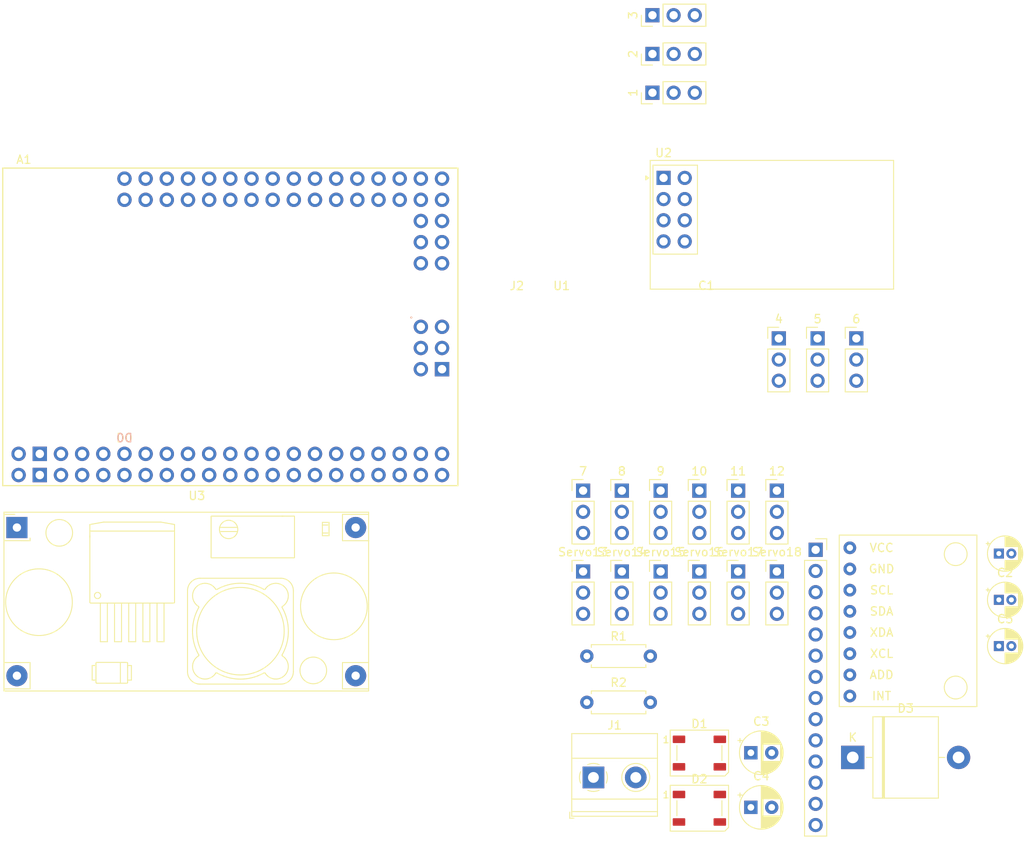
<source format=kicad_pcb>
(kicad_pcb (version 20240108) (generator "pcbnew") (generator_version "8.0")
  (layers (0 "F.Cu" signal) (1 "In1.Cu" signal) (2 "In2.Cu" signal) (31 "B.Cu" signal) (34 "B.Paste" user) (35 "F.Paste" user) (36 "B.SilkS" user "B.Silkscreen") (37 "F.SilkS" user "F.Silkscreen") (38 "B.Mask" user) (39 "F.Mask" user) (44 "Edge.Cuts" user))
  (net 0 "")
  (net 1 "+5V")
  (net 3 "GND")
  (net 4 "LED1")
  (net 5 "LED2")
  (net 7 "S1")
  (net 8 "VIN")
  (net 9 "S2")
  (net 10 "S3")
  (net 11 "S4")
  (net 12 "S5")
  (net 13 "S6")
  (net 14 "S7")
  (net 15 "S8")
  (net 16 "S9")
  (net 17 "S10")
  (net 18 "S11")
  (net 19 "S12")
  (net 20 "S13")
  (net 21 "S14")
  (net 22 "S15")
  (net 23 "S16")
  (net 24 "S17")
  (net 25 "S18")
  (net 26 "SDA")
  (net 31 "+3.3V")
  (net 32 "SCL")
  (net 33 "MISO")
  (net 34 "CSN")
  (net 35 "Net-(U2-VCC)")
  (net 36 "SCK")
  (net 38 "MOSI")
  (net 40 "Net-(J1-Pin_1)")
  (net 41 "Net-(J1-Pin_2)")
  (net 42 "DC{slash}RC")
  (net 43 "CS - Touch")
  (net 44 "CS - Display")
  (net 47 "LED")
  (net 48 "A0")
  (net 102 "A1")
  (footprint "Connector_PinHeader_2.54mm:PinHeader_1x03_P2.54mm_Vertical" (layer "F.Cu") (at 172.9672 85.8968)
    (property "Reference" "12" (at 0 -2.33 0) (layer "F.SilkS"))
    (property "Value" "Conn_01x03_Pin")
    (pad "1" thru_hole rect (at 0 0) (size 1.7 1.7) (drill 1) (layers "*.Cu" "*.Mask") (net 3 "GND"))
    (pad "2" thru_hole oval (at 0 2.54) (size 1.7 1.7) (drill 1) (layers "*.Cu" "*.Mask") (net 8 "VIN"))
    (pad "3" thru_hole oval (at 0 5.08) (size 1.7 1.7) (drill 1) (layers "*.Cu" "*.Mask") (net 19 "S12"))
  )
  (footprint "Connector_PinHeader_2.54mm:PinHeader_1x03_P2.54mm_Vertical" (layer "F.Cu") (at 149.7172 95.5968)
    (property "Reference" "Servo13" (at 0 -2.33 0) (layer "F.SilkS"))
    (property "Value" "Conn_01x03_Pin")
    (pad "1" thru_hole rect (at 0 0) (size 1.7 1.7) (drill 1) (layers "*.Cu" "*.Mask") (net 3 "GND"))
    (pad "2" thru_hole oval (at 0 2.54) (size 1.7 1.7) (drill 1) (layers "*.Cu" "*.Mask") (net 8 "VIN"))
    (pad "3" thru_hole oval (at 0 5.08) (size 1.7 1.7) (drill 1) (layers "*.Cu" "*.Mask") (net 20 "S13"))
  )
  (footprint "Resistor_THT:R_Axial_DIN0207_L6.3mm_D2.5mm_P7.62mm_Horizontal" (layer "F.Cu") (at 150.1672 111.2968)
    (property "Reference" "R2" (at 3.81 -2.37 0) (layer "F.SilkS"))
    (property "Value" "20kΩ")
    (pad "1" thru_hole circle (at 0 0) (size 1.6 1.6) (drill 0.8) (layers "*.Cu" "*.Mask") (net 102 "A1"))
    (pad "2" thru_hole oval (at 7.62 0) (size 1.6 1.6) (drill 0.8) (layers "*.Cu" "*.Mask") (net 8 "VIN"))
  )
  (footprint "Capacitor_THT:CP_Radial_D5.0mm_P2.50mm" (layer "F.Cu") (at 169.846975 117.3468)
    (property "Reference" "C3" (at 1.25 -3.75 0) (layer "F.SilkS"))
    (property "Value" "100μF")
    (pad "1" thru_hole rect (at 0 0) (size 1.6 1.6) (drill 0.8) (layers "*.Cu" "*.Mask") (net 8 "VIN"))
    (pad "2" thru_hole circle (at 2.5 0) (size 1.6 1.6) (drill 0.8) (layers "*.Cu" "*.Mask") (net 3 "GND"))
  )
  (footprint "usini_sensors:module_mpu6050" (layer "F.Cu") (at 181.7222 110.5358)
    (property "Reference" "U1" (at -34.5798 -49.2148 0) (layer "F.SilkS"))
    (property "Value" "MPU6050")
    (fp_text user "INT" (at 3.81 0 0) (layer "F.SilkS"))
    (fp_text user "XCL" (at 3.81 -5.08 0) (layer "F.SilkS"))
    (fp_text user "SCL" (at 3.81 -12.7 0) (layer "F.SilkS"))
    (fp_text user "VCC" (at 3.81 -17.78 0) (layer "F.SilkS"))
    (fp_text user "ADD" (at 3.81 -2.54 0) (layer "F.SilkS"))
    (fp_text user "GND" (at 3.81 -15.24 0) (layer "F.SilkS"))
    (fp_text user "SDA" (at 3.81 -10.16 0) (layer "F.SilkS"))
    (fp_text user "XDA" (at 3.81 -7.62 0) (layer "F.SilkS"))
    (pad "1" thru_hole circle (at 0 -17.78) (size 1.524 1.524) (drill 0.762) (layers "*.Cu" "*.Mask") (net 31 "+3.3V"))
    (pad "2" thru_hole circle (at 0 -15.24) (size 1.524 1.524) (drill 0.762) (layers "*.Cu" "*.Mask") (net 3 "GND"))
    (pad "3" thru_hole circle (at 0 -12.7) (size 1.524 1.524) (drill 0.762) (layers "*.Cu" "*.Mask") (net 32 "SCL"))
    (pad "4" thru_hole circle (at 0 -10.16) (size 1.524 1.524) (drill 0.762) (layers "*.Cu" "*.Mask") (net 26 "SDA"))
    (pad "5" thru_hole circle (at 0 -7.62) (size 1.524 1.524) (drill 0.762) (layers "*.Cu" "*.Mask"))
    (pad "6" thru_hole circle (at 0 -5.08) (size 1.524 1.524) (drill 0.762) (layers "*.Cu" "*.Mask"))
    (pad "7" thru_hole circle (at 0 -2.54) (size 1.524 1.524) (drill 0.762) (layers "*.Cu" "*.Mask"))
    (pad "8" thru_hole circle (at 0 0) (size 1.524 1.524) (drill 0.762) (layers "*.Cu" "*.Mask"))
  )
  (footprint "TerminalBlock_Phoenix:TerminalBlock_Phoenix_MKDS-1,5-2-5.08_1x02_P5.08mm_Horizontal" (layer "F.Cu") (at 150.9572 120.3068)
    (property "Reference" "J1" (at 2.54 -6.26 0) (layer "F.SilkS"))
    (property "Value" "Screw_Terminal_01x02")
    (pad "1" thru_hole rect (at 0 0) (size 2.6 2.6) (drill 1.3) (layers "*.Cu" "*.Mask") (net 40 "Net-(J1-Pin_1)"))
    (pad "2" thru_hole circle (at 5.08 0) (size 2.6 2.6) (drill 1.3) (layers "*.Cu" "*.Mask") (net 41 "Net-(J1-Pin_2)"))
  )
  (footprint "Arduino Library:Clone_Mega2560_Pro_Socket" (layer "F.Cu") (at 80.0862 47.1932)
    (property "Reference" "A1" (at 2.54 -1.016 0) (layer "F.SilkS"))
    (property "Value" "Aurduino Mega 2560 Pro")
    (fp_text user "." (at 49.022 17.526 0) (layer "B.SilkS"))
    (fp_text user "D0" (at 14.605 32.385 0) (layer "B.SilkS") (effects (justify mirror)))
    (fp_text user "D0" (at 14.605 32.385 0) (layer "F.SilkS"))
    (fp_text user "." (at 49.022 17.526 0) (layer "F.SilkS"))
    (pad "" np_thru_hole circle (at 13.5382 8.382) (size 3.2 3.2) (drill 3.2) (layers "F&B.Cu" "*.Mask"))
    (pad "" np_thru_hole circle (at 51.562 15.24) (size 3.2 3.2) (drill 3.2) (layers "F&B.Cu" "*.Mask"))
    (pad "3V31" thru_hole oval (at 9.525 34.29) (size 1.7272 1.7272) (drill 1.016) (layers "*.Cu" "*.Mask") (net 31 "+3.3V"))
    (pad "3V32" thru_hole oval (at 9.525 36.83) (size 1.7272 1.7272) (drill 1.016) (layers "*.Cu" "*.Mask") (net 31 "+3.3V"))
    (pad "5V1" thru_hole oval (at 6.985 34.29) (size 1.7272 1.7272) (drill 1.016) (layers "*.Cu" "*.Mask") (net 1 "+5V"))
    (pad "5V2" thru_hole oval (at 52.705 19.05) (size 1.7272 1.7272) (drill 1.016) (layers "*.Cu" "*.Mask"))
    (pad "5V3" thru_hole oval (at 6.985 36.83) (size 1.7272 1.7272) (drill 1.016) (layers "*.Cu" "*.Mask") (net 1 "+5V"))
    (pad "A0" thru_hole oval (at 14.605 1.27) (size 1.7272 1.7272) (drill 1.016) (layers "*.Cu" "*.Mask") (net 48 "A0"))
    (pad "A1" thru_hole oval (at 14.605 3.81) (size 1.7272 1.7272) (drill 1.016) (layers "*.Cu" "*.Mask"))
    (pad "A2" thru_hole oval (at 17.145 1.27) (size 1.7272 1.7272) (drill 1.016) (layers "*.Cu" "*.Mask"))
    (pad "A3" thru_hole oval (at 17.145 3.81) (size 1.7272 1.7272) (drill 1.016) (layers "*.Cu" "*.Mask"))
    (pad "A4" thru_hole oval (at 19.685 1.27) (size 1.7272 1.7272) (drill 1.016) (layers "*.Cu" "*.Mask"))
    (pad "A5" thru_hole oval (at 19.685 3.81) (size 1.7272 1.7272) (drill 1.016) (layers "*.Cu" "*.Mask"))
    (pad "A6" thru_hole oval (at 22.225 1.27) (size 1.7272 1.7272) (drill 1.016) (layers "*.Cu" "*.Mask"))
    (pad "A7" thru_hole oval (at 22.225 3.81) (size 1.7272 1.7272) (drill 1.016) (layers "*.Cu" "*.Mask"))
    (pad "A8" thru_hole oval (at 24.765 1.27) (size 1.7272 1.7272) (drill 1.016) (layers "*.Cu" "*.Mask"))
    (pad "A9" thru_hole oval (at 24.765 3.81) (size 1.7272 1.7272) (drill 1.016) (layers "*.Cu" "*.Mask"))
    (pad "A10" thru_hole oval (at 27.305 1.27) (size 1.7272 1.7272) (drill 1.016) (layers "*.Cu" "*.Mask"))
    (pad "A11" thru_hole oval (at 27.305 3.81) (size 1.7272 1.7272) (drill 1.016) (layers "*.Cu" "*.Mask"))
    (pad "A12" thru_hole oval (at 29.845 1.27) (size 1.7272 1.7272) (drill 1.016) (layers "*.Cu" "*.Mask"))
    (pad "A13" thru_hole oval (at 29.845 3.81) (size 1.7272 1.7272) (drill 1.016) (layers "*.Cu" "*.Mask"))
    (pad "A14" thru_hole oval (at 32.385 1.27) (size 1.7272 1.7272) (drill 1.016) (layers "*.Cu" "*.Mask"))
    (pad "A15" thru_hole oval (at 32.385 3.81) (size 1.7272 1.7272) (drill 1.016) (layers "*.Cu" "*.Mask"))
    (pad "AREF" thru_hole oval (at 12.065 34.29) (size 1.7272 1.7272) (drill 1.016) (layers "*.Cu" "*.Mask"))
    (pad "D0" thru_hole oval (at 14.605 34.29) (size 1.7272 1.7272) (drill 1.016) (layers "*.Cu" "*.Mask"))
    (pad "D1" thru_hole oval (at 14.605 36.83) (size 1.7272 1.7272) (drill 1.016) (layers "*.Cu" "*.Mask"))
    (pad "D2" thru_hole oval (at 17.145 34.29) (size 1.7272 1.7272) (drill 1.016) (layers "*.Cu" "*.Mask"))
    (pad "D3" thru_hole oval (at 17.145 36.83) (size 1.7272 1.7272) (drill 1.016) (layers "*.Cu" "*.Mask"))
    (pad "D4" thru_hole oval (at 19.685 34.29) (size 1.7272 1.7272) (drill 1.016) (layers "*.Cu" "*.Mask"))
    (pad "D5" thru_hole oval (at 19.685 36.83) (size 1.7272 1.7272) (drill 1.016) (layers "*.Cu" "*.Mask"))
    (pad "D6" thru_hole oval (at 22.225 34.29) (size 1.7272 1.7272) (drill 1.016) (layers "*.Cu" "*.Mask"))
    (pad "D7" thru_hole oval (at 22.225 36.83) (size 1.7272 1.7272) (drill 1.016) (layers "*.Cu" "*.Mask") (net 7 "S1"))
    (pad "D8" thru_hole oval (at 24.765 34.29) (size 1.7272 1.7272) (drill 1.016) (layers "*.Cu" "*.Mask"))
    (pad "D9" thru_hole oval (at 24.765 36.83) (size 1.7272 1.7272) (drill 1.016) (layers "*.Cu" "*.Mask") (net 9 "S2"))
    (pad "D10" thru_hole oval (at 27.305 34.29) (size 1.7272 1.7272) (drill 1.016) (layers "*.Cu" "*.Mask"))
    (pad "D11" thru_hole oval (at 27.305 36.83) (size 1.7272 1.7272) (drill 1.016) (layers "*.Cu" "*.Mask") (net 10 "S3"))
    (pad "D12" thru_hole oval (at 29.845 34.29) (size 1.7272 1.7272) (drill 1.016) (layers "*.Cu" "*.Mask"))
    (pad "D13" thru_hole oval (at 29.845 36.83) (size 1.7272 1.7272) (drill 1.016) (layers "*.Cu" "*.Mask") (net 11 "S4"))
    (pad "D14" thru_hole oval (at 32.385 34.29) (size 1.7272 1.7272) (drill 1.016) (layers "*.Cu" "*.Mask"))
    (pad "D15" thru_hole oval (at 32.385 36.83) (size 1.7272 1.7272) (drill 1.016) (layers "*.Cu" "*.Mask"))
    (pad "D16" thru_hole oval (at 34.925 34.29) (size 1.7272 1.7272) (drill 1.016) (layers "*.Cu" "*.Mask"))
    (pad "D17" thru_hole oval (at 34.925 36.83) (size 1.7272 1.7272) (drill 1.016) (layers "*.Cu" "*.Mask"))
    (pad "D18" thru_hole oval (at 37.465 34.29) (size 1.7272 1.7272) (drill 1.016) (layers "*.Cu" "*.Mask"))
    (pad "D19" thru_hole oval (at 37.465 36.83) (size 1.7272 1.7272) (drill 1.016) (layers "*.Cu" "*.Mask"))
    (pad "D20" thru_hole oval (at 40.005 34.29) (size 1.7272 1.7272) (drill 1.016) (layers "*.Cu" "*.Mask") (net 26 "SDA"))
    (pad "D21" thru_hole oval (at 40.005 36.83) (size 1.7272 1.7272) (drill 1.016) (layers "*.Cu" "*.Mask") (net 32 "SCL"))
    (pad "D22" thru_hole oval (at 42.545 34.29) (size 1.7272 1.7272) (drill 1.016) (layers "*.Cu" "*.Mask"))
    (pad "D23" thru_hole oval (at 42.545 36.83) (size 1.7272 1.7272) (drill 1.016) (layers "*.Cu" "*.Mask") (net 12 "S5"))
    (pad "D24" thru_hole oval (at 45.085 34.29) (size 1.7272 1.7272) (drill 1.016) (layers "*.Cu" "*.Mask"))
    (pad "D25" thru_hole oval (at 45.085 36.83) (size 1.7272 1.7272) (drill 1.016) (layers "*.Cu" "*.Mask") (net 13 "S6"))
    (pad "D26" thru_hole oval (at 47.625 34.29) (size 1.7272 1.7272) (drill 1.016) (layers "*.Cu" "*.Mask"))
    (pad "D27" thru_hole oval (at 47.625 36.83) (size 1.7272 1.7272) (drill 1.016) (layers "*.Cu" "*.Mask") (net 14 "S7"))
    (pad "D28" thru_hole oval (at 50.165 34.29) (size 1.7272 1.7272) (drill 1.016) (layers "*.Cu" "*.Mask"))
    (pad "D29" thru_hole oval (at 50.165 36.83) (size 1.7272 1.7272) (drill 1.016) (layers "*.Cu" "*.Mask") (net 15 "S8"))
    (pad "D30" thru_hole oval (at 52.705 34.29) (size 1.7272 1.7272) (drill 1.016) (layers "*.Cu" "*.Mask"))
    (pad "D31" thru_hole oval (at 52.705 36.83) (size 1.7272 1.7272) (drill 1.016) (layers "*.Cu" "*.Mask") (net 16 "S9"))
    (pad "D32" thru_hole oval (at 34.925 1.27) (size 1.7272 1.7272) (drill 1.016) (layers "*.Cu" "*.Mask"))
    (pad "D33" thru_hole oval (at 34.925 3.81) (size 1.7272 1.7272) (drill 1.016) (layers "*.Cu" "*.Mask") (net 17 "S10"))
    (pad "D34" thru_hole oval (at 37.465 1.27) (size 1.7272 1.7272) (drill 1.016) (layers "*.Cu" "*.Mask"))
    (pad "D35" thru_hole oval (at 37.465 3.81) (size 1.7272 1.7272) (drill 1.016) (layers "*.Cu" "*.Mask") (net 18 "S11"))
    (pad "D36" thru_hole oval (at 40.005 1.27) (size 1.7272 1.7272) (drill 1.016) (layers "*.Cu" "*.Mask"))
    (pad "D37" thru_hole oval (at 40.005 3.81) (size 1.7272 1.7272) (drill 1.016) (layers "*.Cu" "*.Mask") (net 19 "S12"))
    (pad "D38" thru_hole oval (at 42.545 1.27) (size 1.7272 1.7272) (drill 1.016) (layers "*.Cu" "*.Mask"))
    (pad "D39" thru_hole oval (at 42.545 3.81) (size 1.7272 1.7272) (drill 1.016) (layers "*.Cu" "*.Mask") (net 20 "S13"))
    (pad "D40" thru_hole oval (at 45.085 1.27) (size 1.7272 1.7272) (drill 1.016) (layers "*.Cu" "*.Mask"))
    (pad "D41" thru_hole oval (at 45.085 3.81) (size 1.7272 1.7272) (drill 1.016) (layers "*.Cu" "*.Mask") (net 21 "S14"))
    (pad "D42" thru_hole oval (at 47.625 1.27) (size 1.7272 1.7272) (drill 1.016) (layers "*.Cu" "*.Mask"))
    (pad "D43" thru_hole oval (at 47.625 3.81) (size 1.7272 1.7272) (drill 1.016) (layers "*.Cu" "*.Mask") (net 22 "S15"))
    (pad "D44" thru_hole oval (at 50.165 1.27) (size 1.7272 1.7272) (drill 1.016) (layers "*.Cu" "*.Mask"))
    (pad "D45" thru_hole oval (at 50.165 3.81) (size 1.7272 1.7272) (drill 1.016) (layers "*.Cu" "*.Mask") (net 23 "S16"))
    (pad "D46" thru_hole oval (at 52.705 1.27) (size 1.7272 1.7272) (drill 1.016) (layers "*.Cu" "*.Mask"))
    (pad "D47" thru_hole oval (at 52.705 3.81) (size 1.7272 1.7272) (drill 1.016) (layers "*.Cu" "*.Mask") (net 24 "S17"))
    (pad "D48" thru_hole oval (at 52.705 6.35) (size 1.7272 1.7272) (drill 1.016) (layers "*.Cu" "*.Mask"))
    (pad "D49" thru_hole oval (at 50.165 6.35) (size 1.7272 1.7272) (drill 1.016) (layers "*.Cu" "*.Mask") (net 25 "S18"))
    (pad "D50" thru_hole oval (at 52.705 8.89) (size 1.7272 1.7272) (drill 1.016) (layers "*.Cu" "*.Mask") (net 33 "MISO"))
    (pad "D51" thru_hole oval (at 50.165 8.89) (size 1.7272 1.7272) (drill 1.016) (layers "*.Cu" "*.Mask") (net 38 "MOSI"))
    (pad "D52" thru_hole oval (at 52.705 11.43) (size 1.7272 1.7272) (drill 1.016) (layers "*.Cu" "*.Mask") (net 36 "SCK"))
    (pad "D53" thru_hole oval (at 50.165 11.43) (size 1.7272 1.7272) (drill 1.016) (layers "*.Cu" "*.Mask") (net 34 "CSN"))
    (pad "GND1" thru_hole rect (at 4.445 34.29) (size 1.7272 1.7272) (drill 1.016) (layers "*.Cu" "*.Mask") (net 3 "GND"))
    (pad "GND2" thru_hole rect (at 4.445 36.83) (size 1.7272 1.7272) (drill 1.016) (layers "*.Cu" "*.Mask") (net 3 "GND"))
    (pad "GND4" thru_hole rect (at 52.705 24.13) (size 1.7272 1.7272) (drill 1.016) (layers "*.Cu" "*.Mask"))
    (pad "MISO" thru_hole oval (at 50.165 19.05) (size 1.7272 1.7272) (drill 1.016) (layers "*.Cu" "*.Mask"))
    (pad "MOSI" thru_hole oval (at 52.705 21.59) (size 1.7272 1.7272) (drill 1.016) (layers "*.Cu" "*.Mask"))
    (pad "RST1" thru_hole oval (at 12.065 36.83) (size 1.7272 1.7272) (drill 1.016) (layers "*.Cu" "*.Mask"))
    (pad "RST2" thru_hole oval (at 50.165 24.13) (size 1.7272 1.7272) (drill 1.016) (layers "*.Cu" "*.Mask"))
    (pad "SCK" thru_hole oval (at 50.165 21.59) (size 1.7272 1.7272) (drill 1.016) (layers "*.Cu" "*.Mask"))
    (pad "VIN1" thru_hole oval (at 1.905 34.29) (size 1.7272 1.7272) (drill 1.016) (layers "*.Cu" "*.Mask") (net 8 "VIN"))
    (pad "VIN2" thru_hole oval (at 1.905 36.83) (size 1.7272 1.7272) (drill 1.016) (layers "*.Cu" "*.Mask") (net 8 "VIN"))
  )
  (footprint "Connector_PinHeader_2.54mm:PinHeader_1x03_P2.54mm_Vertical" (layer "F.Cu") (at 163.6672 95.5968)
    (property "Reference" "Servo16" (at 0 -2.33 0) (layer "F.SilkS"))
    (property "Value" "Conn_01x03_Pin")
    (pad "1" thru_hole rect (at 0 0) (size 1.7 1.7) (drill 1) (layers "*.Cu" "*.Mask") (net 3 "GND"))
    (pad "2" thru_hole oval (at 0 2.54) (size 1.7 1.7) (drill 1) (layers "*.Cu" "*.Mask") (net 8 "VIN"))
    (pad "3" thru_hole oval (at 0 5.08) (size 1.7 1.7) (drill 1) (layers "*.Cu" "*.Mask") (net 23 "S16"))
  )
  (footprint "LED_SMD:LED_WS2812B_PLCC4_5.0x5.0mm_P3.2mm" (layer "F.Cu") (at 163.6722 117.3818)
    (property "Reference" "D1" (at 0 -3.5 0) (layer "F.SilkS"))
    (property "Value" "WS2812B")
    (fp_text user "1" (at -4 -1.6 0) (layer "F.SilkS") (effects (font (size 0.8 0.8))))
    (pad "1" smd roundrect (at -2.45 -1.65) (size 1.5 0.9) (layers "F.Cu" "F.Paste" "F.Mask") (roundrect_rratio 0.1) (net 1 "+5V"))
    (pad "2" smd roundrect (at -2.45 1.65) (size 1.5 0.9) (layers "F.Cu" "F.Paste" "F.Mask") (roundrect_rratio 0.1))
    (pad "3" smd roundrect (at 2.45 1.65) (size 1.5 0.9) (layers "F.Cu" "F.Paste" "F.Mask") (roundrect_rratio 0.1) (net 3 "GND"))
    (pad "4" smd roundrect (at 2.45 -1.65) (size 1.5 0.9) (layers "F.Cu" "F.Paste" "F.Mask") (roundrect_rratio 0.1) (net 4 "LED1"))
  )
  (footprint "Resistor_THT:R_Axial_DIN0207_L6.3mm_D2.5mm_P7.62mm_Horizontal" (layer "F.Cu") (at 150.1672 105.7468)
    (property "Reference" "R1" (at 3.81 -2.37 0) (layer "F.SilkS"))
    (property "Value" "10kΩ")
    (pad "1" thru_hole circle (at 0 0) (size 1.6 1.6) (drill 0.8) (layers "*.Cu" "*.Mask") (net 102 "A1"))
    (pad "2" thru_hole oval (at 7.62 0) (size 1.6 1.6) (drill 0.8) (layers "*.Cu" "*.Mask") (net 3 "GND"))
  )
  (footprint "Connector_PinHeader_2.54mm:PinHeader_1x03_P2.54mm_Vertical" (layer "F.Cu") (at 173.2008 67.6298)
    (property "Reference" "4" (at 0 -2.33 0) (layer "F.SilkS"))
    (property "Value" "Conn_01x03_Pin")
    (pad "1" thru_hole rect (at 0 0) (size 1.7 1.7) (drill 1) (layers "*.Cu" "*.Mask") (net 3 "GND"))
    (pad "2" thru_hole oval (at 0 2.54) (size 1.7 1.7) (drill 1) (layers "*.Cu" "*.Mask") (net 8 "VIN"))
    (pad "3" thru_hole oval (at 0 5.08) (size 1.7 1.7) (drill 1) (layers "*.Cu" "*.Mask") (net 11 "S4"))
  )
  (footprint "Connector_PinHeader_2.54mm:PinHeader_1x03_P2.54mm_Vertical" (layer "F.Cu") (at 159.0172 85.8968)
    (property "Reference" "9" (at 0 -2.33 0) (layer "F.SilkS"))
    (property "Value" "Conn_01x03_Pin")
    (pad "1" thru_hole rect (at 0 0) (size 1.7 1.7) (drill 1) (layers "*.Cu" "*.Mask") (net 3 "GND"))
    (pad "2" thru_hole oval (at 0 2.54) (size 1.7 1.7) (drill 1) (layers "*.Cu" "*.Mask") (net 8 "VIN"))
    (pad "3" thru_hole oval (at 0 5.08) (size 1.7 1.7) (drill 1) (layers "*.Cu" "*.Mask") (net 16 "S9"))
  )
  (footprint "Connector_PinHeader_2.54mm:PinHeader_1x03_P2.54mm_Vertical" (layer "F.Cu") (at 182.5008 67.6298)
    (property "Reference" "6" (at 0 -2.33 0) (layer "F.SilkS"))
    (property "Value" "Conn_01x03_Pin")
    (pad "1" thru_hole rect (at 0 0) (size 1.7 1.7) (drill 1) (layers "*.Cu" "*.Mask") (net 3 "GND"))
    (pad "2" thru_hole oval (at 0 2.54) (size 1.7 1.7) (drill 1) (layers "*.Cu" "*.Mask") (net 8 "VIN"))
    (pad "3" thru_hole oval (at 0 5.08) (size 1.7 1.7) (drill 1) (layers "*.Cu" "*.Mask") (net 13 "S6"))
  )
  (footprint "Capacitor_THT:CP_Radial_D4.0mm_P1.50mm" (layer "F.Cu") (at 199.602001 104.5468)
    (property "Reference" "C5" (at 0.75 -3.25 0) (layer "F.SilkS"))
    (property "Value" "0.1μF")
    (pad "1" thru_hole rect (at 0 0) (size 1.2 1.2) (drill 0.6) (layers "*.Cu" "*.Mask") (net 35 "Net-(U2-VCC)"))
    (pad "2" thru_hole circle (at 1.5 0) (size 1.2 1.2) (drill 0.6) (layers "*.Cu" "*.Mask") (net 3 "GND"))
  )
  (footprint "Capacitor_THT:CP_Radial_D4.0mm_P1.50mm" (layer "F.Cu") (at 199.602001 98.9968)
    (property "Reference" "C2" (at 0.75 -3.25 0) (layer "F.SilkS"))
    (property "Value" "0.1μF")
    (pad "1" thru_hole rect (at 0 0) (size 1.2 1.2) (drill 0.6) (layers "*.Cu" "*.Mask") (net 1 "+5V"))
    (pad "2" thru_hole circle (at 1.5 0) (size 1.2 1.2) (drill 0.6) (layers "*.Cu" "*.Mask") (net 3 "GND"))
  )
  (footprint "usini_sensors:YAAJ_DCDC_StepDown_LM2596" (layer "F.Cu") (at 81.788 90.3224)
    (property "Reference" "U3" (at 21.59 -3.81 0) (layer "F.SilkS"))
    (property "Value" "YAAJ_DCDC_StepDown_LM2596")
    (pad "1" thru_hole rect (at 0 0) (size 2.54 2.54) (drill 1) (layers "*.Cu" "*.Mask") (net 41 "Net-(J1-Pin_2)"))
    (pad "2" thru_hole circle (at 0 17.78) (size 2.54 2.54) (drill 1) (layers "*.Cu" "*.Mask") (net 40 "Net-(J1-Pin_1)"))
    (pad "3" thru_hole circle (at 40.64 17.78) (size 2.54 2.54) (drill 1) (layers "*.Cu" "*.Mask") (net 3 "GND"))
    (pad "4" thru_hole circle (at 40.64 0) (size 2.54 2.54) (drill 1) (layers "*.Cu" "*.Mask") (net 8 "VIN"))
  )
  (footprint "Connector_PinSocket_2.54mm:PinSocket_1x14_P2.54mm_Vertical" (layer "F.Cu") (at 177.6172 92.9968)
    (property "Reference" "J2" (at -35.8498 -31.6648 0) (layer "F.SilkS"))
    (property "Value" "Conn_01x14_Pin")
    (pad "1" thru_hole rect (at 0 0) (size 1.7 1.7) (drill 1) (layers "*.Cu" "*.Mask") (net 1 "+5V"))
    (pad "2" thru_hole oval (at 0 2.54) (size 1.7 1.7) (drill 1) (layers "*.Cu" "*.Mask") (net 3 "GND"))
    (pad "3" thru_hole oval (at 0 5.08) (size 1.7 1.7) (drill 1) (layers "*.Cu" "*.Mask") (net 44 "CS - Display"))
    (pad "4" thru_hole oval (at 0 7.62) (size 1.7 1.7) (drill 1) (layers "*.Cu" "*.Mask"))
    (pad "5" thru_hole oval (at 0 10.16) (size 1.7 1.7) (drill 1) (layers "*.Cu" "*.Mask") (net 42 "DC{slash}RC"))
    (pad "6" thru_hole oval (at 0 12.7) (size 1.7 1.7) (drill 1) (layers "*.Cu" "*.Mask") (net 33 "MISO"))
    (pad "7" thru_hole oval (at 0 15.24) (size 1.7 1.7) (drill 1) (layers "*.Cu" "*.Mask") (net 36 "SCK"))
    (pad "8" thru_hole oval (at 0 17.78) (size 1.7 1.7) (drill 1) (layers "*.Cu" "*.Mask") (net 47 "LED"))
    (pad "9" thru_hole oval (at 0 20.32) (size 1.7 1.7) (drill 1) (layers "*.Cu" "*.Mask") (net 38 "MOSI"))
    (pad "10" thru_hole oval (at 0 22.86) (size 1.7 1.7) (drill 1) (layers "*.Cu" "*.Mask") (net 36 "SCK"))
    (pad "11" thru_hole oval (at 0 25.4) (size 1.7 1.7) (drill 1) (layers "*.Cu" "*.Mask") (net 43 "CS - Touch"))
    (pad "12" thru_hole oval (at 0 27.94) (size 1.7 1.7) (drill 1) (layers "*.Cu" "*.Mask") (net 33 "MISO"))
    (pad "13" thru_hole oval (at 0 30.48) (size 1.7 1.7) (drill 1) (layers "*.Cu" "*.Mask") (net 38 "MOSI"))
    (pad "14" thru_hole oval (at 0 33.02) (size 1.7 1.7) (drill 1) (layers "*.Cu" "*.Mask"))
  )
  (footprint "RF_Module:nRF24L01_Breakout" (layer "F.Cu") (at 159.3717 48.3754)
    (property "Reference" "U2" (at 0 -3 0) (layer "F.SilkS"))
    (property "Value" "NRF24L01_Breakout")
    (pad "1" thru_hole rect (at 0 0) (size 1.7 1.7) (drill 1) (layers "*.Cu" "*.Mask") (net 3 "GND"))
    (pad "2" thru_hole circle (at 2.54 0) (size 1.7 1.7) (drill 1) (layers "*.Cu" "*.Mask") (net 35 "Net-(U2-VCC)"))
    (pad "3" thru_hole circle (at 0 2.54) (size 1.7 1.7) (drill 1) (layers "*.Cu" "*.Mask"))
    (pad "4" thru_hole circle (at 2.54 2.54) (size 1.7 1.7) (drill 1) (layers "*.Cu" "*.Mask") (net 34 "CSN"))
    (pad "5" thru_hole circle (at 0 5.08) (size 1.7 1.7) (drill 1) (layers "*.Cu" "*.Mask") (net 36 "SCK"))
    (pad "6" thru_hole circle (at 2.54 5.08) (size 1.7 1.7) (drill 1) (layers "*.Cu" "*.Mask") (net 38 "MOSI"))
    (pad "7" thru_hole circle (at 0 7.62) (size 1.7 1.7) (drill 1) (layers "*.Cu" "*.Mask") (net 33 "MISO"))
    (pad "8" thru_hole circle (at 2.54 7.62) (size 1.7 1.7) (drill 1) (layers "*.Cu" "*.Mask"))
  )
  (footprint "Connector_PinHeader_2.54mm:PinHeader_1x03_P2.54mm_Vertical" (layer "F.Cu") (at 159.0172 95.5968)
    (property "Reference" "Servo15" (at 0 -2.33 0) (layer "F.SilkS"))
    (property "Value" "Conn_01x03_Pin")
    (pad "1" thru_hole rect (at 0 0) (size 1.7 1.7) (drill 1) (layers "*.Cu" "*.Mask") (net 3 "GND"))
    (pad "2" thru_hole oval (at 0 2.54) (size 1.7 1.7) (drill 1) (layers "*.Cu" "*.Mask") (net 8 "VIN"))
    (pad "3" thru_hole oval (at 0 5.08) (size 1.7 1.7) (drill 1) (layers "*.Cu" "*.Mask") (net 22 "S15"))
  )
  (footprint "Capacitor_THT:CP_Radial_D5.0mm_P2.50mm" (layer "F.Cu") (at 169.846975 123.8968)
    (property "Reference" "C4" (at 1.25 -3.75 0) (layer "F.SilkS"))
    (property "Value" "100μF")
    (pad "1" thru_hole rect (at 0 0) (size 1.6 1.6) (drill 0.8) (layers "*.Cu" "*.Mask") (net 8 "VIN"))
    (pad "2" thru_hole circle (at 2.5 0) (size 1.6 1.6) (drill 0.8) (layers "*.Cu" "*.Mask") (net 3 "GND"))
  )
  (footprint "LED_SMD:LED_WS2812B_PLCC4_5.0x5.0mm_P3.2mm" (layer "F.Cu") (at 163.6722 124.0018)
    (property "Reference" "D2" (at 0 -3.5 0) (layer "F.SilkS"))
    (property "Value" "WS2812B")
    (fp_text user "1" (at -4 -1.6 0) (layer "F.SilkS") (effects (font (size 0.8 0.8))))
    (pad "1" smd roundrect (at -2.45 -1.65) (size 1.5 0.9) (layers "F.Cu" "F.Paste" "F.Mask") (roundrect_rratio 0.1) (net 1 "+5V"))
    (pad "2" smd roundrect (at -2.45 1.65) (size 1.5 0.9) (layers "F.Cu" "F.Paste" "F.Mask") (roundrect_rratio 0.1))
    (pad "3" smd roundrect (at 2.45 1.65) (size 1.5 0.9) (layers "F.Cu" "F.Paste" "F.Mask") (roundrect_rratio 0.1) (net 3 "GND"))
    (pad "4" smd roundrect (at 2.45 -1.65) (size 1.5 0.9) (layers "F.Cu" "F.Paste" "F.Mask") (roundrect_rratio 0.1) (net 5 "LED2"))
  )
  (footprint "Connector_PinHeader_2.54mm:PinHeader_1x03_P2.54mm_Vertical" (layer "F.Cu") (at 154.3672 95.5968)
    (property "Reference" "Servo14" (at 0 -2.33 0) (layer "F.SilkS"))
    (property "Value" "Conn_01x03_Pin")
    (pad "1" thru_hole rect (at 0 0) (size 1.7 1.7) (drill 1) (layers "*.Cu" "*.Mask") (net 3 "GND"))
    (pad "2" thru_hole oval (at 0 2.54) (size 1.7 1.7) (drill 1) (layers "*.Cu" "*.Mask") (net 8 "VIN"))
    (pad "3" thru_hole oval (at 0 5.08) (size 1.7 1.7) (drill 1) (layers "*.Cu" "*.Mask") (net 21 "S14"))
  )
  (footprint "Connector_PinHeader_2.54mm:PinHeader_1x03_P2.54mm_Vertical" (layer "F.Cu") (at 149.7172 85.8968)
    (property "Reference" "7" (at 0 -2.33 0) (layer "F.SilkS"))
    (property "Value" "Conn_01x03_Pin")
    (pad "1" thru_hole rect (at 0 0) (size 1.7 1.7) (drill 1) (layers "*.Cu" "*.Mask") (net 3 "GND"))
    (pad "2" thru_hole oval (at 0 2.54) (size 1.7 1.7) (drill 1) (layers "*.Cu" "*.Mask") (net 8 "VIN"))
    (pad "3" thru_hole oval (at 0 5.08) (size 1.7 1.7) (drill 1) (layers "*.Cu" "*.Mask") (net 14 "S7"))
  )
  (footprint "Connector_PinHeader_2.54mm:PinHeader_1x03_P2.54mm_Vertical" (layer "F.Cu") (at 172.9672 95.5968)
    (property "Reference" "Servo18" (at 0 -2.33 0) (layer "F.SilkS"))
    (property "Value" "Conn_01x03_Pin")
    (pad "1" thru_hole rect (at 0 0) (size 1.7 1.7) (drill 1) (layers "*.Cu" "*.Mask") (net 3 "GND"))
    (pad "2" thru_hole oval (at 0 2.54) (size 1.7 1.7) (drill 1) (layers "*.Cu" "*.Mask") (net 8 "VIN"))
    (pad "3" thru_hole oval (at 0 5.08) (size 1.7 1.7) (drill 1) (layers "*.Cu" "*.Mask") (net 25 "S18"))
  )
  (footprint "Connector_PinHeader_2.54mm:PinHeader_1x03_P2.54mm_Vertical" (layer "F.Cu") (at 168.3172 85.8968)
    (property "Reference" "11" (at 0 -2.33 0) (layer "F.SilkS"))
    (property "Value" "Conn_01x03_Pin")
    (pad "1" thru_hole rect (at 0 0) (size 1.7 1.7) (drill 1) (layers "*.Cu" "*.Mask") (net 3 "GND"))
    (pad "2" thru_hole oval (at 0 2.54) (size 1.7 1.7) (drill 1) (layers "*.Cu" "*.Mask") (net 8 "VIN"))
    (pad "3" thru_hole oval (at 0 5.08) (size 1.7 1.7) (drill 1) (layers "*.Cu" "*.Mask") (net 18 "S11"))
  )
  (footprint "Connector_PinHeader_2.54mm:PinHeader_1x03_P2.54mm_Vertical" (layer "F.Cu") (at 154.3672 85.8968)
    (property "Reference" "8" (at 0 -2.33 0) (layer "F.SilkS"))
    (property "Value" "Conn_01x03_Pin")
    (pad "1" thru_hole rect (at 0 0) (size 1.7 1.7) (drill 1) (layers "*.Cu" "*.Mask") (net 3 "GND"))
    (pad "2" thru_hole oval (at 0 2.54) (size 1.7 1.7) (drill 1) (layers "*.Cu" "*.Mask") (net 8 "VIN"))
    (pad "3" thru_hole oval (at 0 5.08) (size 1.7 1.7) (drill 1) (layers "*.Cu" "*.Mask") (net 15 "S8"))
  )
  (footprint "Diode_THT:D_5KP_P12.70mm_Horizontal" (layer "F.Cu") (at 182.0672 117.9068)
    (property "Reference" "D3" (at 6.35 -5.885 0) (layer "F.SilkS"))
    (property "Value" "D")
    (fp_text user "K" (at 0 -2.4 0) (layer "F.SilkS"))
    (pad "1" thru_hole rect (at 0 0) (size 2.8 2.8) (drill 1.4) (layers "*.Cu" "*.Mask") (net 8 "VIN"))
    (pad "2" thru_hole oval (at 12.7 0) (size 2.8 2.8) (drill 1.4) (layers "*.Cu" "*.Mask") (net 3 "GND"))
  )
  (footprint "Connector_PinHeader_2.54mm:PinHeader_1x03_P2.54mm_Vertical" (layer "F.Cu") (at 168.3172 95.5968)
    (property "Reference" "Servo17" (at 0 -2.33 0) (layer "F.SilkS"))
    (property "Value" "Conn_01x03_Pin")
    (pad "1" thru_hole rect (at 0 0) (size 1.7 1.7) (drill 1) (layers "*.Cu" "*.Mask") (net 3 "GND"))
    (pad "2" thru_hole oval (at 0 2.54) (size 1.7 1.7) (drill 1) (layers "*.Cu" "*.Mask") (net 8 "VIN"))
    (pad "3" thru_hole oval (at 0 5.08) (size 1.7 1.7) (drill 1) (layers "*.Cu" "*.Mask") (net 24 "S17"))
  )
  (footprint "Connector_PinHeader_2.54mm:PinHeader_1x03_P2.54mm_Vertical" (layer "F.Cu") (at 163.6672 85.8968)
    (property "Reference" "10" (at 0 -2.33 0) (layer "F.SilkS"))
    (property "Value" "Conn_01x03_Pin")
    (pad "1" thru_hole rect (at 0 0) (size 1.7 1.7) (drill 1) (layers "*.Cu" "*.Mask") (net 3 "GND"))
    (pad "2" thru_hole oval (at 0 2.54) (size 1.7 1.7) (drill 1) (layers "*.Cu" "*.Mask") (net 8 "VIN"))
    (pad "3" thru_hole oval (at 0 5.08) (size 1.7 1.7) (drill 1) (layers "*.Cu" "*.Mask") (net 17 "S10"))
  )
  (footprint "Connector_PinHeader_2.54mm:PinHeader_1x03_P2.54mm_Vertical" (layer "F.Cu") (at 158.0388 28.8544 90)
    (property "Reference" "3" (at 0 -2.33 90) (layer "F.SilkS"))
    (property "Value" "Conn_01x03_Pin" (hide yes))
    (pad "1" thru_hole rect (at 0 0 90) (size 1.7 1.7) (drill 1) (layers "*.Cu" "*.Mask") (net 3 "GND"))
    (pad "2" thru_hole oval (at 0 2.54 90) (size 1.7 1.7) (drill 1) (layers "*.Cu" "*.Mask") (net 8 "VIN"))
    (pad "3" thru_hole oval (at 0 5.08 90) (size 1.7 1.7) (drill 1) (layers "*.Cu" "*.Mask") (net 10 "S3"))
  )
  (footprint "Connector_PinHeader_2.54mm:PinHeader_1x03_P2.54mm_Vertical" (layer "F.Cu") (at 177.8508 67.6298)
    (property "Reference" "5" (at 0 -2.33 0) (layer "F.SilkS"))
    (property "Value" "Conn_01x03_Pin")
    (pad "1" thru_hole rect (at 0 0) (size 1.7 1.7) (drill 1) (layers "*.Cu" "*.Mask") (net 3 "GND"))
    (pad "2" thru_hole oval (at 0 2.54) (size 1.7 1.7) (drill 1) (layers "*.Cu" "*.Mask") (net 8 "VIN"))
    (pad "3" thru_hole oval (at 0 5.08) (size 1.7 1.7) (drill 1) (layers "*.Cu" "*.Mask") (net 12 "S5"))
  )
  (footprint "Connector_PinHeader_2.54mm:PinHeader_1x03_P2.54mm_Vertical" (layer "F.Cu") (at 158.0388 33.5044 90)
    (property "Reference" "2" (at 0 -2.33 90) (layer "F.SilkS"))
    (property "Value" "Conn_01x03_Pin" (hide yes))
    (pad "1" thru_hole rect (at 0 0 90) (size 1.7 1.7) (drill 1) (layers "*.Cu" "*.Mask") (net 3 "GND"))
    (pad "2" thru_hole oval (at 0 2.54 90) (size 1.7 1.7) (drill 1) (layers "*.Cu" "*.Mask") (net 8 "VIN"))
    (pad "3" thru_hole oval (at 0 5.08 90) (size 1.7 1.7) (drill 1) (layers "*.Cu" "*.Mask") (net 9 "S2"))
  )
  (footprint "Connector_PinHeader_2.54mm:PinHeader_1x03_P2.54mm_Vertical" (layer "F.Cu") (at 158.0388 38.1544 90)
    (property "Reference" "1" (at 0 -2.33 90) (layer "F.SilkS"))
    (property "Value" "Conn_01x03_Pin" (hide yes))
    (pad "1" thru_hole rect (at 0 0 90) (size 1.7 1.7) (drill 1) (layers "*.Cu" "*.Mask") (net 3 "GND"))
    (pad "2" thru_hole oval (at 0 2.54 90) (size 1.7 1.7) (drill 1) (layers "*.Cu" "*.Mask") (net 8 "VIN"))
    (pad "3" thru_hole oval (at 0 5.08 90) (size 1.7 1.7) (drill 1) (layers "*.Cu" "*.Mask") (net 7 "S1"))
  )
  (footprint "Capacitor_THT:CP_Radial_D4.0mm_P1.50mm" (layer "F.Cu") (at 199.602001 93.4468)
    (property "Reference" "C1" (at -35.0998 -32.1448 0) (layer "F.SilkS"))
    (property "Value" "0.1μF")
    (pad "1" thru_hole rect (at 0 0) (size 1.2 1.2) (drill 0.6) (layers "*.Cu" "*.Mask") (net 1 "+5V"))
    (pad "2" thru_hole circle (at 1.5 0) (size 1.2 1.2) (drill 0.6) (layers "*.Cu" "*.Mask") (net 3 "GND"))
  )
)
</source>
